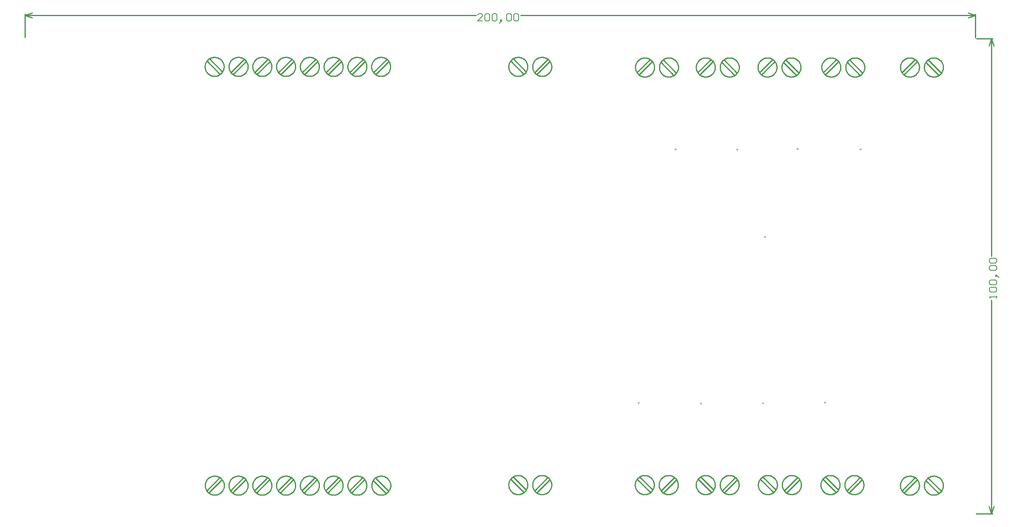
<source format=gm1>
%FSDAX24Y24*%
%MOIN*%
%SFA1B1*%

%IPPOS*%
%ADD29C,0.010000*%
%ADD84C,0.003900*%
%ADD85C,0.006000*%
%LNde-020224-1*%
%LPD*%
G54D29*
X086072Y012350D02*
D01*
X086070Y012404*
X086064Y012459*
X086054Y012513*
X086041Y012566*
X086024Y012619*
X086003Y012670*
X085979Y012719*
X085952Y012767*
X085921Y012812*
X085887Y012855*
X085851Y012896*
X085811Y012934*
X085769Y012970*
X085725Y013002*
X085678Y013031*
X085629Y013057*
X085579Y013079*
X085528Y013098*
X085475Y013113*
X085421Y013125*
X085367Y013132*
X085312Y013136*
X085257*
X085202Y013132*
X085148Y013125*
X085094Y013113*
X085041Y013098*
X084990Y013079*
X084940Y013057*
X084891Y013031*
X084844Y013002*
X084800Y012970*
X084758Y012934*
X084718Y012896*
X084682Y012855*
X084648Y012812*
X084617Y012767*
X084590Y012719*
X084566Y012670*
X084545Y012619*
X084528Y012566*
X084515Y012513*
X084505Y012459*
X084499Y012404*
X084498Y012350*
X084499Y012295*
X084505Y012240*
X084515Y012186*
X084528Y012133*
X084545Y012080*
X084566Y012029*
X084590Y011980*
X084617Y011932*
X084648Y011887*
X084682Y011844*
X084718Y011803*
X084758Y011765*
X084800Y011729*
X084844Y011697*
X084891Y011668*
X084940Y011642*
X084990Y011620*
X085041Y011601*
X085094Y011586*
X085148Y011574*
X085202Y011567*
X085257Y011563*
X085312*
X085367Y011567*
X085421Y011574*
X085475Y011586*
X085528Y011601*
X085579Y011620*
X085629Y011642*
X085678Y011668*
X085725Y011697*
X085769Y011729*
X085811Y011765*
X085851Y011803*
X085887Y011844*
X085921Y011887*
X085952Y011932*
X085979Y011980*
X086003Y012029*
X086024Y012080*
X086041Y012133*
X086054Y012186*
X086064Y012240*
X086070Y012295*
X086072Y012350*
X084087D02*
D01*
X084085Y012404*
X084079Y012459*
X084069Y012513*
X084056Y012566*
X084039Y012619*
X084018Y012670*
X083994Y012719*
X083967Y012767*
X083936Y012812*
X083902Y012855*
X083866Y012896*
X083826Y012934*
X083784Y012970*
X083740Y013002*
X083693Y013031*
X083644Y013057*
X083594Y013079*
X083543Y013098*
X083490Y013113*
X083436Y013125*
X083382Y013132*
X083327Y013136*
X083272*
X083217Y013132*
X083163Y013125*
X083109Y013113*
X083056Y013098*
X083005Y013079*
X082955Y013057*
X082906Y013031*
X082859Y013002*
X082815Y012970*
X082773Y012934*
X082733Y012896*
X082697Y012855*
X082663Y012812*
X082632Y012767*
X082605Y012719*
X082581Y012670*
X082560Y012619*
X082543Y012566*
X082530Y012513*
X082520Y012459*
X082514Y012404*
X082513Y012350*
X082514Y012295*
X082520Y012240*
X082530Y012186*
X082543Y012133*
X082560Y012080*
X082581Y012029*
X082605Y011980*
X082632Y011932*
X082663Y011887*
X082697Y011844*
X082733Y011803*
X082773Y011765*
X082815Y011729*
X082859Y011697*
X082906Y011668*
X082955Y011642*
X083005Y011620*
X083056Y011601*
X083109Y011586*
X083163Y011574*
X083217Y011567*
X083272Y011563*
X083327*
X083382Y011567*
X083436Y011574*
X083490Y011586*
X083543Y011601*
X083594Y011620*
X083644Y011642*
X083693Y011668*
X083740Y011697*
X083784Y011729*
X083826Y011765*
X083866Y011803*
X083902Y011844*
X083936Y011887*
X083967Y011932*
X083994Y011980*
X084018Y012029*
X084039Y012080*
X084056Y012133*
X084069Y012186*
X084079Y012240*
X084085Y012295*
X084087Y012350*
X072319Y012400D02*
D01*
X072317Y012454*
X072311Y012509*
X072301Y012563*
X072288Y012616*
X072271Y012669*
X072250Y012720*
X072226Y012769*
X072199Y012817*
X072168Y012862*
X072134Y012905*
X072098Y012946*
X072058Y012984*
X072016Y013020*
X071972Y013052*
X071925Y013081*
X071876Y013107*
X071826Y013129*
X071775Y013148*
X071722Y013163*
X071668Y013175*
X071614Y013182*
X071559Y013186*
X071504*
X071449Y013182*
X071395Y013175*
X071341Y013163*
X071288Y013148*
X071237Y013129*
X071187Y013107*
X071138Y013081*
X071091Y013052*
X071047Y013020*
X071005Y012984*
X070965Y012946*
X070929Y012905*
X070895Y012862*
X070864Y012817*
X070837Y012769*
X070813Y012720*
X070792Y012669*
X070775Y012616*
X070762Y012563*
X070752Y012509*
X070746Y012454*
X070745Y012400*
X070746Y012345*
X070752Y012290*
X070762Y012236*
X070775Y012183*
X070792Y012130*
X070813Y012079*
X070837Y012030*
X070864Y011982*
X070895Y011937*
X070929Y011894*
X070965Y011853*
X071005Y011815*
X071047Y011779*
X071091Y011747*
X071138Y011718*
X071187Y011692*
X071237Y011670*
X071288Y011651*
X071341Y011636*
X071395Y011624*
X071449Y011617*
X071504Y011613*
X071559*
X071614Y011617*
X071668Y011624*
X071722Y011636*
X071775Y011651*
X071826Y011670*
X071876Y011692*
X071925Y011718*
X071972Y011747*
X072016Y011779*
X072058Y011815*
X072098Y011853*
X072134Y011894*
X072168Y011937*
X072199Y011982*
X072226Y012030*
X072250Y012079*
X072271Y012130*
X072288Y012183*
X072301Y012236*
X072311Y012290*
X072317Y012345*
X072319Y012400*
X074303D02*
D01*
X074301Y012454*
X074295Y012509*
X074285Y012563*
X074272Y012616*
X074255Y012669*
X074234Y012720*
X074210Y012769*
X074183Y012817*
X074152Y012862*
X074118Y012905*
X074082Y012946*
X074042Y012984*
X074000Y013020*
X073956Y013052*
X073909Y013081*
X073860Y013107*
X073810Y013129*
X073759Y013148*
X073706Y013163*
X073652Y013175*
X073598Y013182*
X073543Y013186*
X073488*
X073433Y013182*
X073379Y013175*
X073325Y013163*
X073272Y013148*
X073221Y013129*
X073171Y013107*
X073122Y013081*
X073075Y013052*
X073031Y013020*
X072989Y012984*
X072949Y012946*
X072913Y012905*
X072879Y012862*
X072848Y012817*
X072821Y012769*
X072797Y012720*
X072776Y012669*
X072759Y012616*
X072746Y012563*
X072736Y012509*
X072730Y012454*
X072729Y012400*
X072730Y012345*
X072736Y012290*
X072746Y012236*
X072759Y012183*
X072776Y012130*
X072797Y012079*
X072821Y012030*
X072848Y011982*
X072879Y011937*
X072913Y011894*
X072949Y011853*
X072989Y011815*
X073031Y011779*
X073075Y011747*
X073122Y011718*
X073171Y011692*
X073221Y011670*
X073272Y011651*
X073325Y011636*
X073379Y011624*
X073433Y011617*
X073488Y011613*
X073543*
X073598Y011617*
X073652Y011624*
X073706Y011636*
X073759Y011651*
X073810Y011670*
X073860Y011692*
X073909Y011718*
X073956Y011747*
X074000Y011779*
X074042Y011815*
X074082Y011853*
X074118Y011894*
X074152Y011937*
X074183Y011982*
X074210Y012030*
X074234Y012079*
X074255Y012130*
X074272Y012183*
X074285Y012236*
X074295Y012290*
X074301Y012345*
X074303Y012400*
X067169D02*
D01*
X067167Y012454*
X067161Y012509*
X067151Y012563*
X067138Y012616*
X067121Y012669*
X067100Y012720*
X067076Y012769*
X067049Y012817*
X067018Y012862*
X066984Y012905*
X066948Y012946*
X066908Y012984*
X066866Y013020*
X066822Y013052*
X066775Y013081*
X066726Y013107*
X066676Y013129*
X066625Y013148*
X066572Y013163*
X066518Y013175*
X066464Y013182*
X066409Y013186*
X066354*
X066299Y013182*
X066245Y013175*
X066191Y013163*
X066138Y013148*
X066087Y013129*
X066037Y013107*
X065988Y013081*
X065941Y013052*
X065897Y013020*
X065855Y012984*
X065815Y012946*
X065779Y012905*
X065745Y012862*
X065714Y012817*
X065687Y012769*
X065663Y012720*
X065642Y012669*
X065625Y012616*
X065612Y012563*
X065602Y012509*
X065596Y012454*
X065595Y012400*
X065596Y012345*
X065602Y012290*
X065612Y012236*
X065625Y012183*
X065642Y012130*
X065663Y012079*
X065687Y012030*
X065714Y011982*
X065745Y011937*
X065779Y011894*
X065815Y011853*
X065855Y011815*
X065897Y011779*
X065941Y011747*
X065988Y011718*
X066037Y011692*
X066087Y011670*
X066138Y011651*
X066191Y011636*
X066245Y011624*
X066299Y011617*
X066354Y011613*
X066409*
X066464Y011617*
X066518Y011624*
X066572Y011636*
X066625Y011651*
X066676Y011670*
X066726Y011692*
X066775Y011718*
X066822Y011747*
X066866Y011779*
X066908Y011815*
X066948Y011853*
X066984Y011894*
X067018Y011937*
X067049Y011982*
X067076Y012030*
X067100Y012079*
X067121Y012130*
X067138Y012183*
X067151Y012236*
X067161Y012290*
X067167Y012345*
X067169Y012400*
X069153D02*
D01*
X069151Y012454*
X069145Y012509*
X069135Y012563*
X069122Y012616*
X069105Y012669*
X069084Y012720*
X069060Y012769*
X069033Y012817*
X069002Y012862*
X068968Y012905*
X068932Y012946*
X068892Y012984*
X068850Y013020*
X068806Y013052*
X068759Y013081*
X068710Y013107*
X068660Y013129*
X068609Y013148*
X068556Y013163*
X068502Y013175*
X068448Y013182*
X068393Y013186*
X068338*
X068283Y013182*
X068229Y013175*
X068175Y013163*
X068122Y013148*
X068071Y013129*
X068021Y013107*
X067972Y013081*
X067925Y013052*
X067881Y013020*
X067839Y012984*
X067799Y012946*
X067763Y012905*
X067729Y012862*
X067698Y012817*
X067671Y012769*
X067647Y012720*
X067626Y012669*
X067609Y012616*
X067596Y012563*
X067586Y012509*
X067580Y012454*
X067579Y012400*
X067580Y012345*
X067586Y012290*
X067596Y012236*
X067609Y012183*
X067626Y012130*
X067647Y012079*
X067671Y012030*
X067698Y011982*
X067729Y011937*
X067763Y011894*
X067799Y011853*
X067839Y011815*
X067881Y011779*
X067925Y011747*
X067972Y011718*
X068021Y011692*
X068071Y011670*
X068122Y011651*
X068175Y011636*
X068229Y011624*
X068283Y011617*
X068338Y011613*
X068393*
X068448Y011617*
X068502Y011624*
X068556Y011636*
X068609Y011651*
X068660Y011670*
X068710Y011692*
X068759Y011718*
X068806Y011747*
X068850Y011779*
X068892Y011815*
X068932Y011853*
X068968Y011894*
X069002Y011937*
X069033Y011982*
X069060Y012030*
X069084Y012079*
X069105Y012130*
X069122Y012183*
X069135Y012236*
X069145Y012290*
X069151Y012345*
X069153Y012400*
X026498Y012350D02*
D01*
X026496Y012404*
X026490Y012459*
X026480Y012513*
X026467Y012566*
X026450Y012619*
X026429Y012670*
X026405Y012719*
X026378Y012767*
X026347Y012812*
X026313Y012855*
X026277Y012896*
X026237Y012934*
X026195Y012970*
X026151Y013002*
X026104Y013031*
X026055Y013057*
X026005Y013079*
X025954Y013098*
X025901Y013113*
X025847Y013125*
X025793Y013132*
X025738Y013136*
X025683*
X025628Y013132*
X025574Y013125*
X025520Y013113*
X025467Y013098*
X025416Y013079*
X025366Y013057*
X025317Y013031*
X025270Y013002*
X025226Y012970*
X025184Y012934*
X025144Y012896*
X025108Y012855*
X025074Y012812*
X025043Y012767*
X025016Y012719*
X024992Y012670*
X024971Y012619*
X024954Y012566*
X024941Y012513*
X024931Y012459*
X024925Y012404*
X024924Y012350*
X024925Y012295*
X024931Y012240*
X024941Y012186*
X024954Y012133*
X024971Y012080*
X024992Y012029*
X025016Y011980*
X025043Y011932*
X025074Y011887*
X025108Y011844*
X025144Y011803*
X025184Y011765*
X025226Y011729*
X025270Y011697*
X025317Y011668*
X025366Y011642*
X025416Y011620*
X025467Y011601*
X025520Y011586*
X025574Y011574*
X025628Y011567*
X025683Y011563*
X025738*
X025793Y011567*
X025847Y011574*
X025901Y011586*
X025954Y011601*
X026005Y011620*
X026055Y011642*
X026104Y011668*
X026151Y011697*
X026195Y011729*
X026237Y011765*
X026277Y011803*
X026313Y011844*
X026347Y011887*
X026378Y011932*
X026405Y011980*
X026429Y012029*
X026450Y012080*
X026467Y012133*
X026480Y012186*
X026490Y012240*
X026496Y012295*
X026498Y012350*
X028466D02*
D01*
X028464Y012404*
X028458Y012459*
X028448Y012513*
X028435Y012566*
X028418Y012619*
X028397Y012670*
X028373Y012719*
X028346Y012767*
X028315Y012812*
X028281Y012855*
X028245Y012896*
X028205Y012934*
X028163Y012970*
X028119Y013002*
X028072Y013031*
X028023Y013057*
X027973Y013079*
X027922Y013098*
X027869Y013113*
X027815Y013125*
X027761Y013132*
X027706Y013136*
X027651*
X027596Y013132*
X027542Y013125*
X027488Y013113*
X027435Y013098*
X027384Y013079*
X027334Y013057*
X027285Y013031*
X027238Y013002*
X027194Y012970*
X027152Y012934*
X027112Y012896*
X027076Y012855*
X027042Y012812*
X027011Y012767*
X026984Y012719*
X026960Y012670*
X026939Y012619*
X026922Y012566*
X026909Y012513*
X026899Y012459*
X026893Y012404*
X026892Y012350*
X026893Y012295*
X026899Y012240*
X026909Y012186*
X026922Y012133*
X026939Y012080*
X026960Y012029*
X026984Y011980*
X027011Y011932*
X027042Y011887*
X027076Y011844*
X027112Y011803*
X027152Y011765*
X027194Y011729*
X027238Y011697*
X027285Y011668*
X027334Y011642*
X027384Y011620*
X027435Y011601*
X027488Y011586*
X027542Y011574*
X027596Y011567*
X027651Y011563*
X027706*
X027761Y011567*
X027815Y011574*
X027869Y011586*
X027922Y011601*
X027973Y011620*
X028023Y011642*
X028072Y011668*
X028119Y011697*
X028163Y011729*
X028205Y011765*
X028245Y011803*
X028281Y011844*
X028315Y011887*
X028346Y011932*
X028373Y011980*
X028397Y012029*
X028418Y012080*
X028435Y012133*
X028448Y012186*
X028458Y012240*
X028464Y012295*
X028466Y012350*
X030435D02*
D01*
X030433Y012404*
X030427Y012459*
X030417Y012513*
X030404Y012566*
X030387Y012619*
X030366Y012670*
X030342Y012719*
X030315Y012767*
X030284Y012812*
X030250Y012855*
X030214Y012896*
X030174Y012934*
X030132Y012970*
X030088Y013002*
X030041Y013031*
X029992Y013057*
X029942Y013079*
X029891Y013098*
X029838Y013113*
X029784Y013125*
X029730Y013132*
X029675Y013136*
X029620*
X029565Y013132*
X029511Y013125*
X029457Y013113*
X029404Y013098*
X029353Y013079*
X029303Y013057*
X029254Y013031*
X029207Y013002*
X029163Y012970*
X029121Y012934*
X029081Y012896*
X029045Y012855*
X029011Y012812*
X028980Y012767*
X028953Y012719*
X028929Y012670*
X028908Y012619*
X028891Y012566*
X028878Y012513*
X028868Y012459*
X028862Y012404*
X028861Y012350*
X028862Y012295*
X028868Y012240*
X028878Y012186*
X028891Y012133*
X028908Y012080*
X028929Y012029*
X028953Y011980*
X028980Y011932*
X029011Y011887*
X029045Y011844*
X029081Y011803*
X029121Y011765*
X029163Y011729*
X029207Y011697*
X029254Y011668*
X029303Y011642*
X029353Y011620*
X029404Y011601*
X029457Y011586*
X029511Y011574*
X029565Y011567*
X029620Y011563*
X029675*
X029730Y011567*
X029784Y011574*
X029838Y011586*
X029891Y011601*
X029942Y011620*
X029992Y011642*
X030041Y011668*
X030088Y011697*
X030132Y011729*
X030174Y011765*
X030214Y011803*
X030250Y011844*
X030284Y011887*
X030315Y011932*
X030342Y011980*
X030366Y012029*
X030387Y012080*
X030404Y012133*
X030417Y012186*
X030427Y012240*
X030433Y012295*
X030435Y012350*
X032403D02*
D01*
X032401Y012404*
X032395Y012459*
X032385Y012513*
X032372Y012566*
X032355Y012619*
X032334Y012670*
X032310Y012719*
X032283Y012767*
X032252Y012812*
X032218Y012855*
X032182Y012896*
X032142Y012934*
X032100Y012970*
X032056Y013002*
X032009Y013031*
X031960Y013057*
X031910Y013079*
X031859Y013098*
X031806Y013113*
X031752Y013125*
X031698Y013132*
X031643Y013136*
X031588*
X031533Y013132*
X031479Y013125*
X031425Y013113*
X031372Y013098*
X031321Y013079*
X031271Y013057*
X031222Y013031*
X031175Y013002*
X031131Y012970*
X031089Y012934*
X031049Y012896*
X031013Y012855*
X030979Y012812*
X030948Y012767*
X030921Y012719*
X030897Y012670*
X030876Y012619*
X030859Y012566*
X030846Y012513*
X030836Y012459*
X030830Y012404*
X030829Y012350*
X030830Y012295*
X030836Y012240*
X030846Y012186*
X030859Y012133*
X030876Y012080*
X030897Y012029*
X030921Y011980*
X030948Y011932*
X030979Y011887*
X031013Y011844*
X031049Y011803*
X031089Y011765*
X031131Y011729*
X031175Y011697*
X031222Y011668*
X031271Y011642*
X031321Y011620*
X031372Y011601*
X031425Y011586*
X031479Y011574*
X031533Y011567*
X031588Y011563*
X031643*
X031698Y011567*
X031752Y011574*
X031806Y011586*
X031859Y011601*
X031910Y011620*
X031960Y011642*
X032009Y011668*
X032056Y011697*
X032100Y011729*
X032142Y011765*
X032182Y011803*
X032218Y011844*
X032252Y011887*
X032283Y011932*
X032310Y011980*
X032334Y012029*
X032355Y012080*
X032372Y012133*
X032385Y012186*
X032395Y012240*
X032401Y012295*
X032403Y012350*
X034372D02*
D01*
X034370Y012404*
X034364Y012459*
X034354Y012513*
X034341Y012566*
X034324Y012619*
X034303Y012670*
X034279Y012719*
X034252Y012767*
X034221Y012812*
X034187Y012855*
X034151Y012896*
X034111Y012934*
X034069Y012970*
X034025Y013002*
X033978Y013031*
X033929Y013057*
X033879Y013079*
X033828Y013098*
X033775Y013113*
X033721Y013125*
X033667Y013132*
X033612Y013136*
X033557*
X033502Y013132*
X033448Y013125*
X033394Y013113*
X033341Y013098*
X033290Y013079*
X033240Y013057*
X033191Y013031*
X033144Y013002*
X033100Y012970*
X033058Y012934*
X033018Y012896*
X032982Y012855*
X032948Y012812*
X032917Y012767*
X032890Y012719*
X032866Y012670*
X032845Y012619*
X032828Y012566*
X032815Y012513*
X032805Y012459*
X032799Y012404*
X032798Y012350*
X032799Y012295*
X032805Y012240*
X032815Y012186*
X032828Y012133*
X032845Y012080*
X032866Y012029*
X032890Y011980*
X032917Y011932*
X032948Y011887*
X032982Y011844*
X033018Y011803*
X033058Y011765*
X033100Y011729*
X033144Y011697*
X033191Y011668*
X033240Y011642*
X033290Y011620*
X033341Y011601*
X033394Y011586*
X033448Y011574*
X033502Y011567*
X033557Y011563*
X033612*
X033667Y011567*
X033721Y011574*
X033775Y011586*
X033828Y011601*
X033879Y011620*
X033929Y011642*
X033978Y011668*
X034025Y011697*
X034069Y011729*
X034111Y011765*
X034151Y011803*
X034187Y011844*
X034221Y011887*
X034252Y011932*
X034279Y011980*
X034303Y012029*
X034324Y012080*
X034341Y012133*
X034354Y012186*
X034364Y012240*
X034370Y012295*
X034372Y012350*
X036340D02*
D01*
X036338Y012404*
X036332Y012459*
X036322Y012513*
X036309Y012566*
X036292Y012619*
X036271Y012670*
X036247Y012719*
X036220Y012767*
X036189Y012812*
X036155Y012855*
X036119Y012896*
X036079Y012934*
X036037Y012970*
X035993Y013002*
X035946Y013031*
X035897Y013057*
X035847Y013079*
X035796Y013098*
X035743Y013113*
X035689Y013125*
X035635Y013132*
X035580Y013136*
X035525*
X035470Y013132*
X035416Y013125*
X035362Y013113*
X035309Y013098*
X035258Y013079*
X035208Y013057*
X035159Y013031*
X035112Y013002*
X035068Y012970*
X035026Y012934*
X034986Y012896*
X034950Y012855*
X034916Y012812*
X034885Y012767*
X034858Y012719*
X034834Y012670*
X034813Y012619*
X034796Y012566*
X034783Y012513*
X034773Y012459*
X034767Y012404*
X034766Y012350*
X034767Y012295*
X034773Y012240*
X034783Y012186*
X034796Y012133*
X034813Y012080*
X034834Y012029*
X034858Y011980*
X034885Y011932*
X034916Y011887*
X034950Y011844*
X034986Y011803*
X035026Y011765*
X035068Y011729*
X035112Y011697*
X035159Y011668*
X035208Y011642*
X035258Y011620*
X035309Y011601*
X035362Y011586*
X035416Y011574*
X035470Y011567*
X035525Y011563*
X035580*
X035635Y011567*
X035689Y011574*
X035743Y011586*
X035796Y011601*
X035847Y011620*
X035897Y011642*
X035946Y011668*
X035993Y011697*
X036037Y011729*
X036079Y011765*
X036119Y011803*
X036155Y011844*
X036189Y011887*
X036220Y011932*
X036247Y011980*
X036271Y012029*
X036292Y012080*
X036309Y012133*
X036322Y012186*
X036332Y012240*
X036338Y012295*
X036340Y012350*
X040293D02*
D01*
X040291Y012404*
X040285Y012459*
X040275Y012513*
X040262Y012566*
X040245Y012619*
X040224Y012670*
X040200Y012719*
X040173Y012767*
X040142Y012812*
X040108Y012855*
X040072Y012896*
X040032Y012934*
X039990Y012970*
X039946Y013002*
X039899Y013031*
X039850Y013057*
X039800Y013079*
X039749Y013098*
X039696Y013113*
X039642Y013125*
X039588Y013132*
X039533Y013136*
X039478*
X039423Y013132*
X039369Y013125*
X039315Y013113*
X039262Y013098*
X039211Y013079*
X039161Y013057*
X039112Y013031*
X039065Y013002*
X039021Y012970*
X038979Y012934*
X038939Y012896*
X038903Y012855*
X038869Y012812*
X038838Y012767*
X038811Y012719*
X038787Y012670*
X038766Y012619*
X038749Y012566*
X038736Y012513*
X038726Y012459*
X038720Y012404*
X038719Y012350*
X038720Y012295*
X038726Y012240*
X038736Y012186*
X038749Y012133*
X038766Y012080*
X038787Y012029*
X038811Y011980*
X038838Y011932*
X038869Y011887*
X038903Y011844*
X038939Y011803*
X038979Y011765*
X039021Y011729*
X039065Y011697*
X039112Y011668*
X039161Y011642*
X039211Y011620*
X039262Y011601*
X039315Y011586*
X039369Y011574*
X039423Y011567*
X039478Y011563*
X039533*
X039588Y011567*
X039642Y011574*
X039696Y011586*
X039749Y011601*
X039800Y011620*
X039850Y011642*
X039899Y011668*
X039946Y011697*
X039990Y011729*
X040032Y011765*
X040072Y011803*
X040108Y011844*
X040142Y011887*
X040173Y011932*
X040200Y011980*
X040224Y012029*
X040245Y012080*
X040262Y012133*
X040275Y012186*
X040285Y012240*
X040291Y012295*
X040293Y012350*
X038309D02*
D01*
X038307Y012404*
X038301Y012459*
X038291Y012513*
X038278Y012566*
X038261Y012619*
X038240Y012670*
X038216Y012719*
X038189Y012767*
X038158Y012812*
X038124Y012855*
X038088Y012896*
X038048Y012934*
X038006Y012970*
X037962Y013002*
X037915Y013031*
X037866Y013057*
X037816Y013079*
X037765Y013098*
X037712Y013113*
X037658Y013125*
X037604Y013132*
X037549Y013136*
X037494*
X037439Y013132*
X037385Y013125*
X037331Y013113*
X037278Y013098*
X037227Y013079*
X037177Y013057*
X037128Y013031*
X037081Y013002*
X037037Y012970*
X036995Y012934*
X036955Y012896*
X036919Y012855*
X036885Y012812*
X036854Y012767*
X036827Y012719*
X036803Y012670*
X036782Y012619*
X036765Y012566*
X036752Y012513*
X036742Y012459*
X036736Y012404*
X036735Y012350*
X036736Y012295*
X036742Y012240*
X036752Y012186*
X036765Y012133*
X036782Y012080*
X036803Y012029*
X036827Y011980*
X036854Y011932*
X036885Y011887*
X036919Y011844*
X036955Y011803*
X036995Y011765*
X037037Y011729*
X037081Y011697*
X037128Y011668*
X037177Y011642*
X037227Y011620*
X037278Y011601*
X037331Y011586*
X037385Y011574*
X037439Y011567*
X037494Y011563*
X037549*
X037604Y011567*
X037658Y011574*
X037712Y011586*
X037765Y011601*
X037816Y011620*
X037866Y011642*
X037915Y011668*
X037962Y011697*
X038006Y011729*
X038048Y011765*
X038088Y011803*
X038124Y011844*
X038158Y011887*
X038189Y011932*
X038216Y011980*
X038240Y012029*
X038261Y012080*
X038278Y012133*
X038291Y012186*
X038301Y012240*
X038307Y012295*
X038309Y012350*
X051637Y012400D02*
D01*
X051635Y012454*
X051629Y012509*
X051619Y012563*
X051606Y012616*
X051589Y012669*
X051568Y012720*
X051544Y012769*
X051517Y012817*
X051486Y012862*
X051452Y012905*
X051416Y012946*
X051376Y012984*
X051334Y013020*
X051290Y013052*
X051243Y013081*
X051194Y013107*
X051144Y013129*
X051093Y013148*
X051040Y013163*
X050986Y013175*
X050932Y013182*
X050877Y013186*
X050822*
X050767Y013182*
X050713Y013175*
X050659Y013163*
X050606Y013148*
X050555Y013129*
X050505Y013107*
X050456Y013081*
X050409Y013052*
X050365Y013020*
X050323Y012984*
X050283Y012946*
X050247Y012905*
X050213Y012862*
X050182Y012817*
X050155Y012769*
X050131Y012720*
X050110Y012669*
X050093Y012616*
X050080Y012563*
X050070Y012509*
X050064Y012454*
X050063Y012400*
X050064Y012345*
X050070Y012290*
X050080Y012236*
X050093Y012183*
X050110Y012130*
X050131Y012079*
X050155Y012030*
X050182Y011982*
X050213Y011937*
X050247Y011894*
X050283Y011853*
X050323Y011815*
X050365Y011779*
X050409Y011747*
X050456Y011718*
X050505Y011692*
X050555Y011670*
X050606Y011651*
X050659Y011636*
X050713Y011624*
X050767Y011617*
X050822Y011613*
X050877*
X050932Y011617*
X050986Y011624*
X051040Y011636*
X051093Y011651*
X051144Y011670*
X051194Y011692*
X051243Y011718*
X051290Y011747*
X051334Y011779*
X051376Y011815*
X051416Y011853*
X051452Y011894*
X051486Y011937*
X051517Y011982*
X051544Y012030*
X051568Y012079*
X051589Y012130*
X051606Y012183*
X051619Y012236*
X051629Y012290*
X051635Y012345*
X051637Y012400*
X053622D02*
D01*
X053620Y012454*
X053614Y012509*
X053604Y012563*
X053591Y012616*
X053574Y012669*
X053553Y012720*
X053529Y012769*
X053502Y012817*
X053471Y012862*
X053437Y012905*
X053401Y012946*
X053361Y012984*
X053319Y013020*
X053275Y013052*
X053228Y013081*
X053179Y013107*
X053129Y013129*
X053078Y013148*
X053025Y013163*
X052971Y013175*
X052917Y013182*
X052862Y013186*
X052807*
X052752Y013182*
X052698Y013175*
X052644Y013163*
X052591Y013148*
X052540Y013129*
X052490Y013107*
X052441Y013081*
X052394Y013052*
X052350Y013020*
X052308Y012984*
X052268Y012946*
X052232Y012905*
X052198Y012862*
X052167Y012817*
X052140Y012769*
X052116Y012720*
X052095Y012669*
X052078Y012616*
X052065Y012563*
X052055Y012509*
X052049Y012454*
X052048Y012400*
X052049Y012345*
X052055Y012290*
X052065Y012236*
X052078Y012183*
X052095Y012130*
X052116Y012079*
X052140Y012030*
X052167Y011982*
X052198Y011937*
X052232Y011894*
X052268Y011853*
X052308Y011815*
X052350Y011779*
X052394Y011747*
X052441Y011718*
X052490Y011692*
X052540Y011670*
X052591Y011651*
X052644Y011636*
X052698Y011624*
X052752Y011617*
X052807Y011613*
X052862*
X052917Y011617*
X052971Y011624*
X053025Y011636*
X053078Y011651*
X053129Y011670*
X053179Y011692*
X053228Y011718*
X053275Y011747*
X053319Y011779*
X053361Y011815*
X053401Y011853*
X053437Y011894*
X053471Y011937*
X053502Y011982*
X053529Y012030*
X053553Y012079*
X053574Y012130*
X053591Y012183*
X053604Y012236*
X053614Y012290*
X053620Y012345*
X053622Y012400*
X062119D02*
D01*
X062117Y012454*
X062111Y012509*
X062101Y012563*
X062088Y012616*
X062071Y012669*
X062050Y012720*
X062026Y012769*
X061999Y012817*
X061968Y012862*
X061934Y012905*
X061898Y012946*
X061858Y012984*
X061816Y013020*
X061772Y013052*
X061725Y013081*
X061676Y013107*
X061626Y013129*
X061575Y013148*
X061522Y013163*
X061468Y013175*
X061414Y013182*
X061359Y013186*
X061304*
X061249Y013182*
X061195Y013175*
X061141Y013163*
X061088Y013148*
X061037Y013129*
X060987Y013107*
X060938Y013081*
X060891Y013052*
X060847Y013020*
X060805Y012984*
X060765Y012946*
X060729Y012905*
X060695Y012862*
X060664Y012817*
X060637Y012769*
X060613Y012720*
X060592Y012669*
X060575Y012616*
X060562Y012563*
X060552Y012509*
X060546Y012454*
X060545Y012400*
X060546Y012345*
X060552Y012290*
X060562Y012236*
X060575Y012183*
X060592Y012130*
X060613Y012079*
X060637Y012030*
X060664Y011982*
X060695Y011937*
X060729Y011894*
X060765Y011853*
X060805Y011815*
X060847Y011779*
X060891Y011747*
X060938Y011718*
X060987Y011692*
X061037Y011670*
X061088Y011651*
X061141Y011636*
X061195Y011624*
X061249Y011617*
X061304Y011613*
X061359*
X061414Y011617*
X061468Y011624*
X061522Y011636*
X061575Y011651*
X061626Y011670*
X061676Y011692*
X061725Y011718*
X061772Y011747*
X061816Y011779*
X061858Y011815*
X061898Y011853*
X061934Y011894*
X061968Y011937*
X061999Y011982*
X062026Y012030*
X062050Y012079*
X062071Y012130*
X062088Y012183*
X062101Y012236*
X062111Y012290*
X062117Y012345*
X062119Y012400*
X064103D02*
D01*
X064101Y012454*
X064095Y012509*
X064085Y012563*
X064072Y012616*
X064055Y012669*
X064034Y012720*
X064010Y012769*
X063983Y012817*
X063952Y012862*
X063918Y012905*
X063882Y012946*
X063842Y012984*
X063800Y013020*
X063756Y013052*
X063709Y013081*
X063660Y013107*
X063610Y013129*
X063559Y013148*
X063506Y013163*
X063452Y013175*
X063398Y013182*
X063343Y013186*
X063288*
X063233Y013182*
X063179Y013175*
X063125Y013163*
X063072Y013148*
X063021Y013129*
X062971Y013107*
X062922Y013081*
X062875Y013052*
X062831Y013020*
X062789Y012984*
X062749Y012946*
X062713Y012905*
X062679Y012862*
X062648Y012817*
X062621Y012769*
X062597Y012720*
X062576Y012669*
X062559Y012616*
X062546Y012563*
X062536Y012509*
X062530Y012454*
X062529Y012400*
X062530Y012345*
X062536Y012290*
X062546Y012236*
X062559Y012183*
X062576Y012130*
X062597Y012079*
X062621Y012030*
X062648Y011982*
X062679Y011937*
X062713Y011894*
X062749Y011853*
X062789Y011815*
X062831Y011779*
X062875Y011747*
X062922Y011718*
X062971Y011692*
X063021Y011670*
X063072Y011651*
X063125Y011636*
X063179Y011624*
X063233Y011617*
X063288Y011613*
X063343*
X063398Y011617*
X063452Y011624*
X063506Y011636*
X063559Y011651*
X063610Y011670*
X063660Y011692*
X063709Y011718*
X063756Y011747*
X063800Y011779*
X063842Y011815*
X063882Y011853*
X063918Y011894*
X063952Y011937*
X063983Y011982*
X064010Y012030*
X064034Y012079*
X064055Y012130*
X064072Y012183*
X064085Y012236*
X064095Y012290*
X064101Y012345*
X064103Y012400*
X051637Y047050D02*
D01*
X051635Y047104*
X051629Y047159*
X051619Y047213*
X051606Y047266*
X051589Y047319*
X051568Y047370*
X051544Y047419*
X051517Y047467*
X051486Y047512*
X051452Y047555*
X051416Y047596*
X051376Y047634*
X051334Y047670*
X051290Y047702*
X051243Y047731*
X051194Y047757*
X051144Y047779*
X051093Y047798*
X051040Y047813*
X050986Y047825*
X050932Y047832*
X050877Y047836*
X050822*
X050767Y047832*
X050713Y047825*
X050659Y047813*
X050606Y047798*
X050555Y047779*
X050505Y047757*
X050456Y047731*
X050409Y047702*
X050365Y047670*
X050323Y047634*
X050283Y047596*
X050247Y047555*
X050213Y047512*
X050182Y047467*
X050155Y047419*
X050131Y047370*
X050110Y047319*
X050093Y047266*
X050080Y047213*
X050070Y047159*
X050064Y047104*
X050063Y047050*
X050064Y046995*
X050070Y046940*
X050080Y046886*
X050093Y046833*
X050110Y046780*
X050131Y046729*
X050155Y046680*
X050182Y046632*
X050213Y046587*
X050247Y046544*
X050283Y046503*
X050323Y046465*
X050365Y046429*
X050409Y046397*
X050456Y046368*
X050505Y046342*
X050555Y046320*
X050606Y046301*
X050659Y046286*
X050713Y046274*
X050767Y046267*
X050822Y046263*
X050877*
X050932Y046267*
X050986Y046274*
X051040Y046286*
X051093Y046301*
X051144Y046320*
X051194Y046342*
X051243Y046368*
X051290Y046397*
X051334Y046429*
X051376Y046465*
X051416Y046503*
X051452Y046544*
X051486Y046587*
X051517Y046632*
X051544Y046680*
X051568Y046729*
X051589Y046780*
X051606Y046833*
X051619Y046886*
X051629Y046940*
X051635Y046995*
X051637Y047050*
X053622D02*
D01*
X053620Y047104*
X053614Y047159*
X053604Y047213*
X053591Y047266*
X053574Y047319*
X053553Y047370*
X053529Y047419*
X053502Y047467*
X053471Y047512*
X053437Y047555*
X053401Y047596*
X053361Y047634*
X053319Y047670*
X053275Y047702*
X053228Y047731*
X053179Y047757*
X053129Y047779*
X053078Y047798*
X053025Y047813*
X052971Y047825*
X052917Y047832*
X052862Y047836*
X052807*
X052752Y047832*
X052698Y047825*
X052644Y047813*
X052591Y047798*
X052540Y047779*
X052490Y047757*
X052441Y047731*
X052394Y047702*
X052350Y047670*
X052308Y047634*
X052268Y047596*
X052232Y047555*
X052198Y047512*
X052167Y047467*
X052140Y047419*
X052116Y047370*
X052095Y047319*
X052078Y047266*
X052065Y047213*
X052055Y047159*
X052049Y047104*
X052048Y047050*
X052049Y046995*
X052055Y046940*
X052065Y046886*
X052078Y046833*
X052095Y046780*
X052116Y046729*
X052140Y046680*
X052167Y046632*
X052198Y046587*
X052232Y046544*
X052268Y046503*
X052308Y046465*
X052350Y046429*
X052394Y046397*
X052441Y046368*
X052490Y046342*
X052540Y046320*
X052591Y046301*
X052644Y046286*
X052698Y046274*
X052752Y046267*
X052807Y046263*
X052862*
X052917Y046267*
X052971Y046274*
X053025Y046286*
X053078Y046301*
X053129Y046320*
X053179Y046342*
X053228Y046368*
X053275Y046397*
X053319Y046429*
X053361Y046465*
X053401Y046503*
X053437Y046544*
X053471Y046587*
X053502Y046632*
X053529Y046680*
X053553Y046729*
X053574Y046780*
X053591Y046833*
X053604Y046886*
X053614Y046940*
X053620Y046995*
X053622Y047050*
X064122Y047000D02*
D01*
X064120Y047054*
X064114Y047109*
X064104Y047163*
X064091Y047216*
X064074Y047269*
X064053Y047320*
X064029Y047369*
X064002Y047417*
X063971Y047462*
X063937Y047505*
X063901Y047546*
X063861Y047584*
X063819Y047620*
X063775Y047652*
X063728Y047681*
X063679Y047707*
X063629Y047729*
X063578Y047748*
X063525Y047763*
X063471Y047775*
X063417Y047782*
X063362Y047786*
X063307*
X063252Y047782*
X063198Y047775*
X063144Y047763*
X063091Y047748*
X063040Y047729*
X062990Y047707*
X062941Y047681*
X062894Y047652*
X062850Y047620*
X062808Y047584*
X062768Y047546*
X062732Y047505*
X062698Y047462*
X062667Y047417*
X062640Y047369*
X062616Y047320*
X062595Y047269*
X062578Y047216*
X062565Y047163*
X062555Y047109*
X062549Y047054*
X062548Y047000*
X062549Y046945*
X062555Y046890*
X062565Y046836*
X062578Y046783*
X062595Y046730*
X062616Y046679*
X062640Y046630*
X062667Y046582*
X062698Y046537*
X062732Y046494*
X062768Y046453*
X062808Y046415*
X062850Y046379*
X062894Y046347*
X062941Y046318*
X062990Y046292*
X063040Y046270*
X063091Y046251*
X063144Y046236*
X063198Y046224*
X063252Y046217*
X063307Y046213*
X063362*
X063417Y046217*
X063471Y046224*
X063525Y046236*
X063578Y046251*
X063629Y046270*
X063679Y046292*
X063728Y046318*
X063775Y046347*
X063819Y046379*
X063861Y046415*
X063901Y046453*
X063937Y046494*
X063971Y046537*
X064002Y046582*
X064029Y046630*
X064053Y046679*
X064074Y046730*
X064091Y046783*
X064104Y046836*
X064114Y046890*
X064120Y046945*
X064122Y047000*
X062137D02*
D01*
X062135Y047054*
X062129Y047109*
X062119Y047163*
X062106Y047216*
X062089Y047269*
X062068Y047320*
X062044Y047369*
X062017Y047417*
X061986Y047462*
X061952Y047505*
X061916Y047546*
X061876Y047584*
X061834Y047620*
X061790Y047652*
X061743Y047681*
X061694Y047707*
X061644Y047729*
X061593Y047748*
X061540Y047763*
X061486Y047775*
X061432Y047782*
X061377Y047786*
X061322*
X061267Y047782*
X061213Y047775*
X061159Y047763*
X061106Y047748*
X061055Y047729*
X061005Y047707*
X060956Y047681*
X060909Y047652*
X060865Y047620*
X060823Y047584*
X060783Y047546*
X060747Y047505*
X060713Y047462*
X060682Y047417*
X060655Y047369*
X060631Y047320*
X060610Y047269*
X060593Y047216*
X060580Y047163*
X060570Y047109*
X060564Y047054*
X060563Y047000*
X060564Y046945*
X060570Y046890*
X060580Y046836*
X060593Y046783*
X060610Y046730*
X060631Y046679*
X060655Y046630*
X060682Y046582*
X060713Y046537*
X060747Y046494*
X060783Y046453*
X060823Y046415*
X060865Y046379*
X060909Y046347*
X060956Y046318*
X061005Y046292*
X061055Y046270*
X061106Y046251*
X061159Y046236*
X061213Y046224*
X061267Y046217*
X061322Y046213*
X061377*
X061432Y046217*
X061486Y046224*
X061540Y046236*
X061593Y046251*
X061644Y046270*
X061694Y046292*
X061743Y046318*
X061790Y046347*
X061834Y046379*
X061876Y046415*
X061916Y046453*
X061952Y046494*
X061986Y046537*
X062017Y046582*
X062044Y046630*
X062068Y046679*
X062089Y046730*
X062106Y046783*
X062119Y046836*
X062129Y046890*
X062135Y046945*
X062137Y047000*
X069156D02*
D01*
X069154Y047054*
X069148Y047109*
X069138Y047163*
X069125Y047216*
X069108Y047269*
X069087Y047320*
X069063Y047369*
X069036Y047417*
X069005Y047462*
X068971Y047505*
X068935Y047546*
X068895Y047584*
X068853Y047620*
X068809Y047652*
X068762Y047681*
X068713Y047707*
X068663Y047729*
X068612Y047748*
X068559Y047763*
X068505Y047775*
X068451Y047782*
X068396Y047786*
X068341*
X068286Y047782*
X068232Y047775*
X068178Y047763*
X068125Y047748*
X068074Y047729*
X068024Y047707*
X067975Y047681*
X067928Y047652*
X067884Y047620*
X067842Y047584*
X067802Y047546*
X067766Y047505*
X067732Y047462*
X067701Y047417*
X067674Y047369*
X067650Y047320*
X067629Y047269*
X067612Y047216*
X067599Y047163*
X067589Y047109*
X067583Y047054*
X067582Y047000*
X067583Y046945*
X067589Y046890*
X067599Y046836*
X067612Y046783*
X067629Y046730*
X067650Y046679*
X067674Y046630*
X067701Y046582*
X067732Y046537*
X067766Y046494*
X067802Y046453*
X067842Y046415*
X067884Y046379*
X067928Y046347*
X067975Y046318*
X068024Y046292*
X068074Y046270*
X068125Y046251*
X068178Y046236*
X068232Y046224*
X068286Y046217*
X068341Y046213*
X068396*
X068451Y046217*
X068505Y046224*
X068559Y046236*
X068612Y046251*
X068663Y046270*
X068713Y046292*
X068762Y046318*
X068809Y046347*
X068853Y046379*
X068895Y046415*
X068935Y046453*
X068971Y046494*
X069005Y046537*
X069036Y046582*
X069063Y046630*
X069087Y046679*
X069108Y046730*
X069125Y046783*
X069138Y046836*
X069148Y046890*
X069154Y046945*
X069156Y047000*
X067172D02*
D01*
X067170Y047054*
X067164Y047109*
X067154Y047163*
X067141Y047216*
X067124Y047269*
X067103Y047320*
X067079Y047369*
X067052Y047417*
X067021Y047462*
X066987Y047505*
X066951Y047546*
X066911Y047584*
X066869Y047620*
X066825Y047652*
X066778Y047681*
X066729Y047707*
X066679Y047729*
X066628Y047748*
X066575Y047763*
X066521Y047775*
X066467Y047782*
X066412Y047786*
X066357*
X066302Y047782*
X066248Y047775*
X066194Y047763*
X066141Y047748*
X066090Y047729*
X066040Y047707*
X065991Y047681*
X065944Y047652*
X065900Y047620*
X065858Y047584*
X065818Y047546*
X065782Y047505*
X065748Y047462*
X065717Y047417*
X065690Y047369*
X065666Y047320*
X065645Y047269*
X065628Y047216*
X065615Y047163*
X065605Y047109*
X065599Y047054*
X065598Y047000*
X065599Y046945*
X065605Y046890*
X065615Y046836*
X065628Y046783*
X065645Y046730*
X065666Y046679*
X065690Y046630*
X065717Y046582*
X065748Y046537*
X065782Y046494*
X065818Y046453*
X065858Y046415*
X065900Y046379*
X065944Y046347*
X065991Y046318*
X066040Y046292*
X066090Y046270*
X066141Y046251*
X066194Y046236*
X066248Y046224*
X066302Y046217*
X066357Y046213*
X066412*
X066467Y046217*
X066521Y046224*
X066575Y046236*
X066628Y046251*
X066679Y046270*
X066729Y046292*
X066778Y046318*
X066825Y046347*
X066869Y046379*
X066911Y046415*
X066951Y046453*
X066987Y046494*
X067021Y046537*
X067052Y046582*
X067079Y046630*
X067103Y046679*
X067124Y046730*
X067141Y046783*
X067154Y046836*
X067164Y046890*
X067170Y046945*
X067172Y047000*
X074272D02*
D01*
X074270Y047054*
X074264Y047109*
X074254Y047163*
X074241Y047216*
X074224Y047269*
X074203Y047320*
X074179Y047369*
X074152Y047417*
X074121Y047462*
X074087Y047505*
X074051Y047546*
X074011Y047584*
X073969Y047620*
X073925Y047652*
X073878Y047681*
X073829Y047707*
X073779Y047729*
X073728Y047748*
X073675Y047763*
X073621Y047775*
X073567Y047782*
X073512Y047786*
X073457*
X073402Y047782*
X073348Y047775*
X073294Y047763*
X073241Y047748*
X073190Y047729*
X073140Y047707*
X073091Y047681*
X073044Y047652*
X073000Y047620*
X072958Y047584*
X072918Y047546*
X072882Y047505*
X072848Y047462*
X072817Y047417*
X072790Y047369*
X072766Y047320*
X072745Y047269*
X072728Y047216*
X072715Y047163*
X072705Y047109*
X072699Y047054*
X072698Y047000*
X072699Y046945*
X072705Y046890*
X072715Y046836*
X072728Y046783*
X072745Y046730*
X072766Y046679*
X072790Y046630*
X072817Y046582*
X072848Y046537*
X072882Y046494*
X072918Y046453*
X072958Y046415*
X073000Y046379*
X073044Y046347*
X073091Y046318*
X073140Y046292*
X073190Y046270*
X073241Y046251*
X073294Y046236*
X073348Y046224*
X073402Y046217*
X073457Y046213*
X073512*
X073567Y046217*
X073621Y046224*
X073675Y046236*
X073728Y046251*
X073779Y046270*
X073829Y046292*
X073878Y046318*
X073925Y046347*
X073969Y046379*
X074011Y046415*
X074051Y046453*
X074087Y046494*
X074121Y046537*
X074152Y046582*
X074179Y046630*
X074203Y046679*
X074224Y046730*
X074241Y046783*
X074254Y046836*
X074264Y046890*
X074270Y046945*
X074272Y047000*
X072287D02*
D01*
X072285Y047054*
X072279Y047109*
X072269Y047163*
X072256Y047216*
X072239Y047269*
X072218Y047320*
X072194Y047369*
X072167Y047417*
X072136Y047462*
X072102Y047505*
X072066Y047546*
X072026Y047584*
X071984Y047620*
X071940Y047652*
X071893Y047681*
X071844Y047707*
X071794Y047729*
X071743Y047748*
X071690Y047763*
X071636Y047775*
X071582Y047782*
X071527Y047786*
X071472*
X071417Y047782*
X071363Y047775*
X071309Y047763*
X071256Y047748*
X071205Y047729*
X071155Y047707*
X071106Y047681*
X071059Y047652*
X071015Y047620*
X070973Y047584*
X070933Y047546*
X070897Y047505*
X070863Y047462*
X070832Y047417*
X070805Y047369*
X070781Y047320*
X070760Y047269*
X070743Y047216*
X070730Y047163*
X070720Y047109*
X070714Y047054*
X070713Y047000*
X070714Y046945*
X070720Y046890*
X070730Y046836*
X070743Y046783*
X070760Y046730*
X070781Y046679*
X070805Y046630*
X070832Y046582*
X070863Y046537*
X070897Y046494*
X070933Y046453*
X070973Y046415*
X071015Y046379*
X071059Y046347*
X071106Y046318*
X071155Y046292*
X071205Y046270*
X071256Y046251*
X071309Y046236*
X071363Y046224*
X071417Y046217*
X071472Y046213*
X071527*
X071582Y046217*
X071636Y046224*
X071690Y046236*
X071743Y046251*
X071794Y046270*
X071844Y046292*
X071893Y046318*
X071940Y046347*
X071984Y046379*
X072026Y046415*
X072066Y046453*
X072102Y046494*
X072136Y046537*
X072167Y046582*
X072194Y046630*
X072218Y046679*
X072239Y046730*
X072256Y046783*
X072269Y046836*
X072279Y046890*
X072285Y046945*
X072287Y047000*
X079556D02*
D01*
X079554Y047054*
X079548Y047109*
X079538Y047163*
X079525Y047216*
X079508Y047269*
X079487Y047320*
X079463Y047369*
X079436Y047417*
X079405Y047462*
X079371Y047505*
X079335Y047546*
X079295Y047584*
X079253Y047620*
X079209Y047652*
X079162Y047681*
X079113Y047707*
X079063Y047729*
X079012Y047748*
X078959Y047763*
X078905Y047775*
X078851Y047782*
X078796Y047786*
X078741*
X078686Y047782*
X078632Y047775*
X078578Y047763*
X078525Y047748*
X078474Y047729*
X078424Y047707*
X078375Y047681*
X078328Y047652*
X078284Y047620*
X078242Y047584*
X078202Y047546*
X078166Y047505*
X078132Y047462*
X078101Y047417*
X078074Y047369*
X078050Y047320*
X078029Y047269*
X078012Y047216*
X077999Y047163*
X077989Y047109*
X077983Y047054*
X077982Y047000*
X077983Y046945*
X077989Y046890*
X077999Y046836*
X078012Y046783*
X078029Y046730*
X078050Y046679*
X078074Y046630*
X078101Y046582*
X078132Y046537*
X078166Y046494*
X078202Y046453*
X078242Y046415*
X078284Y046379*
X078328Y046347*
X078375Y046318*
X078424Y046292*
X078474Y046270*
X078525Y046251*
X078578Y046236*
X078632Y046224*
X078686Y046217*
X078741Y046213*
X078796*
X078851Y046217*
X078905Y046224*
X078959Y046236*
X079012Y046251*
X079063Y046270*
X079113Y046292*
X079162Y046318*
X079209Y046347*
X079253Y046379*
X079295Y046415*
X079335Y046453*
X079371Y046494*
X079405Y046537*
X079436Y046582*
X079463Y046630*
X079487Y046679*
X079508Y046730*
X079525Y046783*
X079538Y046836*
X079548Y046890*
X079554Y046945*
X079556Y047000*
X077572D02*
D01*
X077570Y047054*
X077564Y047109*
X077554Y047163*
X077541Y047216*
X077524Y047269*
X077503Y047320*
X077479Y047369*
X077452Y047417*
X077421Y047462*
X077387Y047505*
X077351Y047546*
X077311Y047584*
X077269Y047620*
X077225Y047652*
X077178Y047681*
X077129Y047707*
X077079Y047729*
X077028Y047748*
X076975Y047763*
X076921Y047775*
X076867Y047782*
X076812Y047786*
X076757*
X076702Y047782*
X076648Y047775*
X076594Y047763*
X076541Y047748*
X076490Y047729*
X076440Y047707*
X076391Y047681*
X076344Y047652*
X076300Y047620*
X076258Y047584*
X076218Y047546*
X076182Y047505*
X076148Y047462*
X076117Y047417*
X076090Y047369*
X076066Y047320*
X076045Y047269*
X076028Y047216*
X076015Y047163*
X076005Y047109*
X075999Y047054*
X075998Y047000*
X075999Y046945*
X076005Y046890*
X076015Y046836*
X076028Y046783*
X076045Y046730*
X076066Y046679*
X076090Y046630*
X076117Y046582*
X076148Y046537*
X076182Y046494*
X076218Y046453*
X076258Y046415*
X076300Y046379*
X076344Y046347*
X076391Y046318*
X076440Y046292*
X076490Y046270*
X076541Y046251*
X076594Y046236*
X076648Y046224*
X076702Y046217*
X076757Y046213*
X076812*
X076867Y046217*
X076921Y046224*
X076975Y046236*
X077028Y046251*
X077079Y046270*
X077129Y046292*
X077178Y046318*
X077225Y046347*
X077269Y046379*
X077311Y046415*
X077351Y046453*
X077387Y046494*
X077421Y046537*
X077452Y046582*
X077479Y046630*
X077503Y046679*
X077524Y046730*
X077541Y046783*
X077554Y046836*
X077564Y046890*
X077570Y046945*
X077572Y047000*
X086072D02*
D01*
X086070Y047054*
X086064Y047109*
X086054Y047163*
X086041Y047216*
X086024Y047269*
X086003Y047320*
X085979Y047369*
X085952Y047417*
X085921Y047462*
X085887Y047505*
X085851Y047546*
X085811Y047584*
X085769Y047620*
X085725Y047652*
X085678Y047681*
X085629Y047707*
X085579Y047729*
X085528Y047748*
X085475Y047763*
X085421Y047775*
X085367Y047782*
X085312Y047786*
X085257*
X085202Y047782*
X085148Y047775*
X085094Y047763*
X085041Y047748*
X084990Y047729*
X084940Y047707*
X084891Y047681*
X084844Y047652*
X084800Y047620*
X084758Y047584*
X084718Y047546*
X084682Y047505*
X084648Y047462*
X084617Y047417*
X084590Y047369*
X084566Y047320*
X084545Y047269*
X084528Y047216*
X084515Y047163*
X084505Y047109*
X084499Y047054*
X084498Y047000*
X084499Y046945*
X084505Y046890*
X084515Y046836*
X084528Y046783*
X084545Y046730*
X084566Y046679*
X084590Y046630*
X084617Y046582*
X084648Y046537*
X084682Y046494*
X084718Y046453*
X084758Y046415*
X084800Y046379*
X084844Y046347*
X084891Y046318*
X084940Y046292*
X084990Y046270*
X085041Y046251*
X085094Y046236*
X085148Y046224*
X085202Y046217*
X085257Y046213*
X085312*
X085367Y046217*
X085421Y046224*
X085475Y046236*
X085528Y046251*
X085579Y046270*
X085629Y046292*
X085678Y046318*
X085725Y046347*
X085769Y046379*
X085811Y046415*
X085851Y046453*
X085887Y046494*
X085921Y046537*
X085952Y046582*
X085979Y046630*
X086003Y046679*
X086024Y046730*
X086041Y046783*
X086054Y046836*
X086064Y046890*
X086070Y046945*
X086072Y047000*
X084087D02*
D01*
X084085Y047054*
X084079Y047109*
X084069Y047163*
X084056Y047216*
X084039Y047269*
X084018Y047320*
X083994Y047369*
X083967Y047417*
X083936Y047462*
X083902Y047505*
X083866Y047546*
X083826Y047584*
X083784Y047620*
X083740Y047652*
X083693Y047681*
X083644Y047707*
X083594Y047729*
X083543Y047748*
X083490Y047763*
X083436Y047775*
X083382Y047782*
X083327Y047786*
X083272*
X083217Y047782*
X083163Y047775*
X083109Y047763*
X083056Y047748*
X083005Y047729*
X082955Y047707*
X082906Y047681*
X082859Y047652*
X082815Y047620*
X082773Y047584*
X082733Y047546*
X082697Y047505*
X082663Y047462*
X082632Y047417*
X082605Y047369*
X082581Y047320*
X082560Y047269*
X082543Y047216*
X082530Y047163*
X082520Y047109*
X082514Y047054*
X082513Y047000*
X082514Y046945*
X082520Y046890*
X082530Y046836*
X082543Y046783*
X082560Y046730*
X082581Y046679*
X082605Y046630*
X082632Y046582*
X082663Y046537*
X082697Y046494*
X082733Y046453*
X082773Y046415*
X082815Y046379*
X082859Y046347*
X082906Y046318*
X082955Y046292*
X083005Y046270*
X083056Y046251*
X083109Y046236*
X083163Y046224*
X083217Y046217*
X083272Y046213*
X083327*
X083382Y046217*
X083436Y046224*
X083490Y046236*
X083543Y046251*
X083594Y046270*
X083644Y046292*
X083693Y046318*
X083740Y046347*
X083784Y046379*
X083826Y046415*
X083866Y046453*
X083902Y046494*
X083936Y046537*
X083967Y046582*
X083994Y046630*
X084018Y046679*
X084039Y046730*
X084056Y046783*
X084069Y046836*
X084079Y046890*
X084085Y046945*
X084087Y047000*
X040277Y047050D02*
D01*
X040275Y047104*
X040269Y047159*
X040259Y047213*
X040246Y047266*
X040229Y047319*
X040208Y047370*
X040184Y047419*
X040157Y047467*
X040126Y047512*
X040092Y047555*
X040056Y047596*
X040016Y047634*
X039974Y047670*
X039930Y047702*
X039883Y047731*
X039834Y047757*
X039784Y047779*
X039733Y047798*
X039680Y047813*
X039626Y047825*
X039572Y047832*
X039517Y047836*
X039462*
X039407Y047832*
X039353Y047825*
X039299Y047813*
X039246Y047798*
X039195Y047779*
X039145Y047757*
X039096Y047731*
X039049Y047702*
X039005Y047670*
X038963Y047634*
X038923Y047596*
X038887Y047555*
X038853Y047512*
X038822Y047467*
X038795Y047419*
X038771Y047370*
X038750Y047319*
X038733Y047266*
X038720Y047213*
X038710Y047159*
X038704Y047104*
X038703Y047050*
X038704Y046995*
X038710Y046940*
X038720Y046886*
X038733Y046833*
X038750Y046780*
X038771Y046729*
X038795Y046680*
X038822Y046632*
X038853Y046587*
X038887Y046544*
X038923Y046503*
X038963Y046465*
X039005Y046429*
X039049Y046397*
X039096Y046368*
X039145Y046342*
X039195Y046320*
X039246Y046301*
X039299Y046286*
X039353Y046274*
X039407Y046267*
X039462Y046263*
X039517*
X039572Y046267*
X039626Y046274*
X039680Y046286*
X039733Y046301*
X039784Y046320*
X039834Y046342*
X039883Y046368*
X039930Y046397*
X039974Y046429*
X040016Y046465*
X040056Y046503*
X040092Y046544*
X040126Y046587*
X040157Y046632*
X040184Y046680*
X040208Y046729*
X040229Y046780*
X040246Y046833*
X040259Y046886*
X040269Y046940*
X040275Y046995*
X040277Y047050*
X038309D02*
D01*
X038307Y047104*
X038301Y047159*
X038291Y047213*
X038278Y047266*
X038261Y047319*
X038240Y047370*
X038216Y047419*
X038189Y047467*
X038158Y047512*
X038124Y047555*
X038088Y047596*
X038048Y047634*
X038006Y047670*
X037962Y047702*
X037915Y047731*
X037866Y047757*
X037816Y047779*
X037765Y047798*
X037712Y047813*
X037658Y047825*
X037604Y047832*
X037549Y047836*
X037494*
X037439Y047832*
X037385Y047825*
X037331Y047813*
X037278Y047798*
X037227Y047779*
X037177Y047757*
X037128Y047731*
X037081Y047702*
X037037Y047670*
X036995Y047634*
X036955Y047596*
X036919Y047555*
X036885Y047512*
X036854Y047467*
X036827Y047419*
X036803Y047370*
X036782Y047319*
X036765Y047266*
X036752Y047213*
X036742Y047159*
X036736Y047104*
X036735Y047050*
X036736Y046995*
X036742Y046940*
X036752Y046886*
X036765Y046833*
X036782Y046780*
X036803Y046729*
X036827Y046680*
X036854Y046632*
X036885Y046587*
X036919Y046544*
X036955Y046503*
X036995Y046465*
X037037Y046429*
X037081Y046397*
X037128Y046368*
X037177Y046342*
X037227Y046320*
X037278Y046301*
X037331Y046286*
X037385Y046274*
X037439Y046267*
X037494Y046263*
X037549*
X037604Y046267*
X037658Y046274*
X037712Y046286*
X037765Y046301*
X037816Y046320*
X037866Y046342*
X037915Y046368*
X037962Y046397*
X038006Y046429*
X038048Y046465*
X038088Y046503*
X038124Y046544*
X038158Y046587*
X038189Y046632*
X038216Y046680*
X038240Y046729*
X038261Y046780*
X038278Y046833*
X038291Y046886*
X038301Y046940*
X038307Y046995*
X038309Y047050*
X036340D02*
D01*
X036338Y047104*
X036332Y047159*
X036322Y047213*
X036309Y047266*
X036292Y047319*
X036271Y047370*
X036247Y047419*
X036220Y047467*
X036189Y047512*
X036155Y047555*
X036119Y047596*
X036079Y047634*
X036037Y047670*
X035993Y047702*
X035946Y047731*
X035897Y047757*
X035847Y047779*
X035796Y047798*
X035743Y047813*
X035689Y047825*
X035635Y047832*
X035580Y047836*
X035525*
X035470Y047832*
X035416Y047825*
X035362Y047813*
X035309Y047798*
X035258Y047779*
X035208Y047757*
X035159Y047731*
X035112Y047702*
X035068Y047670*
X035026Y047634*
X034986Y047596*
X034950Y047555*
X034916Y047512*
X034885Y047467*
X034858Y047419*
X034834Y047370*
X034813Y047319*
X034796Y047266*
X034783Y047213*
X034773Y047159*
X034767Y047104*
X034766Y047050*
X034767Y046995*
X034773Y046940*
X034783Y046886*
X034796Y046833*
X034813Y046780*
X034834Y046729*
X034858Y046680*
X034885Y046632*
X034916Y046587*
X034950Y046544*
X034986Y046503*
X035026Y046465*
X035068Y046429*
X035112Y046397*
X035159Y046368*
X035208Y046342*
X035258Y046320*
X035309Y046301*
X035362Y046286*
X035416Y046274*
X035470Y046267*
X035525Y046263*
X035580*
X035635Y046267*
X035689Y046274*
X035743Y046286*
X035796Y046301*
X035847Y046320*
X035897Y046342*
X035946Y046368*
X035993Y046397*
X036037Y046429*
X036079Y046465*
X036119Y046503*
X036155Y046544*
X036189Y046587*
X036220Y046632*
X036247Y046680*
X036271Y046729*
X036292Y046780*
X036309Y046833*
X036322Y046886*
X036332Y046940*
X036338Y046995*
X036340Y047050*
X034372D02*
D01*
X034370Y047104*
X034364Y047159*
X034354Y047213*
X034341Y047266*
X034324Y047319*
X034303Y047370*
X034279Y047419*
X034252Y047467*
X034221Y047512*
X034187Y047555*
X034151Y047596*
X034111Y047634*
X034069Y047670*
X034025Y047702*
X033978Y047731*
X033929Y047757*
X033879Y047779*
X033828Y047798*
X033775Y047813*
X033721Y047825*
X033667Y047832*
X033612Y047836*
X033557*
X033502Y047832*
X033448Y047825*
X033394Y047813*
X033341Y047798*
X033290Y047779*
X033240Y047757*
X033191Y047731*
X033144Y047702*
X033100Y047670*
X033058Y047634*
X033018Y047596*
X032982Y047555*
X032948Y047512*
X032917Y047467*
X032890Y047419*
X032866Y047370*
X032845Y047319*
X032828Y047266*
X032815Y047213*
X032805Y047159*
X032799Y047104*
X032798Y047050*
X032799Y046995*
X032805Y046940*
X032815Y046886*
X032828Y046833*
X032845Y046780*
X032866Y046729*
X032890Y046680*
X032917Y046632*
X032948Y046587*
X032982Y046544*
X033018Y046503*
X033058Y046465*
X033100Y046429*
X033144Y046397*
X033191Y046368*
X033240Y046342*
X033290Y046320*
X033341Y046301*
X033394Y046286*
X033448Y046274*
X033502Y046267*
X033557Y046263*
X033612*
X033667Y046267*
X033721Y046274*
X033775Y046286*
X033828Y046301*
X033879Y046320*
X033929Y046342*
X033978Y046368*
X034025Y046397*
X034069Y046429*
X034111Y046465*
X034151Y046503*
X034187Y046544*
X034221Y046587*
X034252Y046632*
X034279Y046680*
X034303Y046729*
X034324Y046780*
X034341Y046833*
X034354Y046886*
X034364Y046940*
X034370Y046995*
X034372Y047050*
X032403D02*
D01*
X032401Y047104*
X032395Y047159*
X032385Y047213*
X032372Y047266*
X032355Y047319*
X032334Y047370*
X032310Y047419*
X032283Y047467*
X032252Y047512*
X032218Y047555*
X032182Y047596*
X032142Y047634*
X032100Y047670*
X032056Y047702*
X032009Y047731*
X031960Y047757*
X031910Y047779*
X031859Y047798*
X031806Y047813*
X031752Y047825*
X031698Y047832*
X031643Y047836*
X031588*
X031533Y047832*
X031479Y047825*
X031425Y047813*
X031372Y047798*
X031321Y047779*
X031271Y047757*
X031222Y047731*
X031175Y047702*
X031131Y047670*
X031089Y047634*
X031049Y047596*
X031013Y047555*
X030979Y047512*
X030948Y047467*
X030921Y047419*
X030897Y047370*
X030876Y047319*
X030859Y047266*
X030846Y047213*
X030836Y047159*
X030830Y047104*
X030829Y047050*
X030830Y046995*
X030836Y046940*
X030846Y046886*
X030859Y046833*
X030876Y046780*
X030897Y046729*
X030921Y046680*
X030948Y046632*
X030979Y046587*
X031013Y046544*
X031049Y046503*
X031089Y046465*
X031131Y046429*
X031175Y046397*
X031222Y046368*
X031271Y046342*
X031321Y046320*
X031372Y046301*
X031425Y046286*
X031479Y046274*
X031533Y046267*
X031588Y046263*
X031643*
X031698Y046267*
X031752Y046274*
X031806Y046286*
X031859Y046301*
X031910Y046320*
X031960Y046342*
X032009Y046368*
X032056Y046397*
X032100Y046429*
X032142Y046465*
X032182Y046503*
X032218Y046544*
X032252Y046587*
X032283Y046632*
X032310Y046680*
X032334Y046729*
X032355Y046780*
X032372Y046833*
X032385Y046886*
X032395Y046940*
X032401Y046995*
X032403Y047050*
X030435D02*
D01*
X030433Y047104*
X030427Y047159*
X030417Y047213*
X030404Y047266*
X030387Y047319*
X030366Y047370*
X030342Y047419*
X030315Y047467*
X030284Y047512*
X030250Y047555*
X030214Y047596*
X030174Y047634*
X030132Y047670*
X030088Y047702*
X030041Y047731*
X029992Y047757*
X029942Y047779*
X029891Y047798*
X029838Y047813*
X029784Y047825*
X029730Y047832*
X029675Y047836*
X029620*
X029565Y047832*
X029511Y047825*
X029457Y047813*
X029404Y047798*
X029353Y047779*
X029303Y047757*
X029254Y047731*
X029207Y047702*
X029163Y047670*
X029121Y047634*
X029081Y047596*
X029045Y047555*
X029011Y047512*
X028980Y047467*
X028953Y047419*
X028929Y047370*
X028908Y047319*
X028891Y047266*
X028878Y047213*
X028868Y047159*
X028862Y047104*
X028861Y047050*
X028862Y046995*
X028868Y046940*
X028878Y046886*
X028891Y046833*
X028908Y046780*
X028929Y046729*
X028953Y046680*
X028980Y046632*
X029011Y046587*
X029045Y046544*
X029081Y046503*
X029121Y046465*
X029163Y046429*
X029207Y046397*
X029254Y046368*
X029303Y046342*
X029353Y046320*
X029404Y046301*
X029457Y046286*
X029511Y046274*
X029565Y046267*
X029620Y046263*
X029675*
X029730Y046267*
X029784Y046274*
X029838Y046286*
X029891Y046301*
X029942Y046320*
X029992Y046342*
X030041Y046368*
X030088Y046397*
X030132Y046429*
X030174Y046465*
X030214Y046503*
X030250Y046544*
X030284Y046587*
X030315Y046632*
X030342Y046680*
X030366Y046729*
X030387Y046780*
X030404Y046833*
X030417Y046886*
X030427Y046940*
X030433Y046995*
X030435Y047050*
X026482D02*
D01*
X026480Y047104*
X026474Y047159*
X026464Y047213*
X026451Y047266*
X026434Y047319*
X026413Y047370*
X026389Y047419*
X026362Y047467*
X026331Y047512*
X026297Y047555*
X026261Y047596*
X026221Y047634*
X026179Y047670*
X026135Y047702*
X026088Y047731*
X026039Y047757*
X025989Y047779*
X025938Y047798*
X025885Y047813*
X025831Y047825*
X025777Y047832*
X025722Y047836*
X025667*
X025612Y047832*
X025558Y047825*
X025504Y047813*
X025451Y047798*
X025400Y047779*
X025350Y047757*
X025301Y047731*
X025254Y047702*
X025210Y047670*
X025168Y047634*
X025128Y047596*
X025092Y047555*
X025058Y047512*
X025027Y047467*
X025000Y047419*
X024976Y047370*
X024955Y047319*
X024938Y047266*
X024925Y047213*
X024915Y047159*
X024909Y047104*
X024908Y047050*
X024909Y046995*
X024915Y046940*
X024925Y046886*
X024938Y046833*
X024955Y046780*
X024976Y046729*
X025000Y046680*
X025027Y046632*
X025058Y046587*
X025092Y046544*
X025128Y046503*
X025168Y046465*
X025210Y046429*
X025254Y046397*
X025301Y046368*
X025350Y046342*
X025400Y046320*
X025451Y046301*
X025504Y046286*
X025558Y046274*
X025612Y046267*
X025667Y046263*
X025722*
X025777Y046267*
X025831Y046274*
X025885Y046286*
X025938Y046301*
X025989Y046320*
X026039Y046342*
X026088Y046368*
X026135Y046397*
X026179Y046429*
X026221Y046465*
X026261Y046503*
X026297Y046544*
X026331Y046587*
X026362Y046632*
X026389Y046680*
X026413Y046729*
X026434Y046780*
X026451Y046833*
X026464Y046886*
X026474Y046940*
X026480Y046995*
X026482Y047050*
X028466D02*
D01*
X028464Y047104*
X028458Y047159*
X028448Y047213*
X028435Y047266*
X028418Y047319*
X028397Y047370*
X028373Y047419*
X028346Y047467*
X028315Y047512*
X028281Y047555*
X028245Y047596*
X028205Y047634*
X028163Y047670*
X028119Y047702*
X028072Y047731*
X028023Y047757*
X027973Y047779*
X027922Y047798*
X027869Y047813*
X027815Y047825*
X027761Y047832*
X027706Y047836*
X027651*
X027596Y047832*
X027542Y047825*
X027488Y047813*
X027435Y047798*
X027384Y047779*
X027334Y047757*
X027285Y047731*
X027238Y047702*
X027194Y047670*
X027152Y047634*
X027112Y047596*
X027076Y047555*
X027042Y047512*
X027011Y047467*
X026984Y047419*
X026960Y047370*
X026939Y047319*
X026922Y047266*
X026909Y047213*
X026899Y047159*
X026893Y047104*
X026892Y047050*
X026893Y046995*
X026899Y046940*
X026909Y046886*
X026922Y046833*
X026939Y046780*
X026960Y046729*
X026984Y046680*
X027011Y046632*
X027042Y046587*
X027076Y046544*
X027112Y046503*
X027152Y046465*
X027194Y046429*
X027238Y046397*
X027285Y046368*
X027334Y046342*
X027384Y046320*
X027435Y046301*
X027488Y046286*
X027542Y046274*
X027596Y046267*
X027651Y046263*
X027706*
X027761Y046267*
X027815Y046274*
X027869Y046286*
X027922Y046301*
X027973Y046320*
X028023Y046342*
X028072Y046368*
X028119Y046397*
X028163Y046429*
X028205Y046465*
X028245Y046503*
X028281Y046544*
X028315Y046587*
X028346Y046632*
X028373Y046680*
X028397Y046729*
X028418Y046780*
X028435Y046833*
X028448Y046886*
X028458Y046940*
X028464Y046995*
X028466Y047050*
X077503Y012400D02*
D01*
X077501Y012454*
X077495Y012509*
X077485Y012563*
X077472Y012616*
X077455Y012669*
X077434Y012720*
X077410Y012769*
X077383Y012817*
X077352Y012862*
X077318Y012905*
X077282Y012946*
X077242Y012984*
X077200Y013020*
X077156Y013052*
X077109Y013081*
X077060Y013107*
X077010Y013129*
X076959Y013148*
X076906Y013163*
X076852Y013175*
X076798Y013182*
X076743Y013186*
X076688*
X076633Y013182*
X076579Y013175*
X076525Y013163*
X076472Y013148*
X076421Y013129*
X076371Y013107*
X076322Y013081*
X076275Y013052*
X076231Y013020*
X076189Y012984*
X076149Y012946*
X076113Y012905*
X076079Y012862*
X076048Y012817*
X076021Y012769*
X075997Y012720*
X075976Y012669*
X075959Y012616*
X075946Y012563*
X075936Y012509*
X075930Y012454*
X075929Y012400*
X075930Y012345*
X075936Y012290*
X075946Y012236*
X075959Y012183*
X075976Y012130*
X075997Y012079*
X076021Y012030*
X076048Y011982*
X076079Y011937*
X076113Y011894*
X076149Y011853*
X076189Y011815*
X076231Y011779*
X076275Y011747*
X076322Y011718*
X076371Y011692*
X076421Y011670*
X076472Y011651*
X076525Y011636*
X076579Y011624*
X076633Y011617*
X076688Y011613*
X076743*
X076798Y011617*
X076852Y011624*
X076906Y011636*
X076959Y011651*
X077010Y011670*
X077060Y011692*
X077109Y011718*
X077156Y011747*
X077200Y011779*
X077242Y011815*
X077282Y011853*
X077318Y011894*
X077352Y011937*
X077383Y011982*
X077410Y012030*
X077434Y012079*
X077455Y012130*
X077472Y012183*
X077485Y012236*
X077495Y012290*
X077501Y012345*
X077503Y012400*
X079487D02*
D01*
X079485Y012454*
X079479Y012509*
X079469Y012563*
X079456Y012616*
X079439Y012669*
X079418Y012720*
X079394Y012769*
X079367Y012817*
X079336Y012862*
X079302Y012905*
X079266Y012946*
X079226Y012984*
X079184Y013020*
X079140Y013052*
X079093Y013081*
X079044Y013107*
X078994Y013129*
X078943Y013148*
X078890Y013163*
X078836Y013175*
X078782Y013182*
X078727Y013186*
X078672*
X078617Y013182*
X078563Y013175*
X078509Y013163*
X078456Y013148*
X078405Y013129*
X078355Y013107*
X078306Y013081*
X078259Y013052*
X078215Y013020*
X078173Y012984*
X078133Y012946*
X078097Y012905*
X078063Y012862*
X078032Y012817*
X078005Y012769*
X077981Y012720*
X077960Y012669*
X077943Y012616*
X077930Y012563*
X077920Y012509*
X077914Y012454*
X077913Y012400*
X077914Y012345*
X077920Y012290*
X077930Y012236*
X077943Y012183*
X077960Y012130*
X077981Y012079*
X078005Y012030*
X078032Y011982*
X078063Y011937*
X078097Y011894*
X078133Y011853*
X078173Y011815*
X078215Y011779*
X078259Y011747*
X078306Y011718*
X078355Y011692*
X078405Y011670*
X078456Y011651*
X078509Y011636*
X078563Y011624*
X078617Y011617*
X078672Y011613*
X078727*
X078782Y011617*
X078836Y011624*
X078890Y011636*
X078943Y011651*
X078994Y011670*
X079044Y011692*
X079093Y011718*
X079140Y011747*
X079184Y011779*
X079226Y011815*
X079266Y011853*
X079302Y011894*
X079336Y011937*
X079367Y011982*
X079394Y012030*
X079418Y012079*
X079439Y012130*
X079456Y012183*
X079469Y012236*
X079479Y012290*
X079485Y012345*
X079487Y012400*
X088800Y010000D02*
X090150D01*
X088840Y049370D02*
X090150D01*
X090050Y010000D02*
Y027716D01*
Y031335D02*
Y049370D01*
Y010000D02*
X090250Y010600D01*
X089850D02*
X090050Y010000D01*
X089850Y048770D02*
X090050Y049370D01*
X090250Y048770*
X088740Y049450D02*
Y051400D01*
X010000Y049470D02*
Y051400D01*
X051070Y051300D02*
X088740D01*
X010000D02*
X047351D01*
X088140Y051500D02*
X088740Y051300D01*
X088140Y051100D02*
X088740Y051300D01*
X010000D02*
X010600Y051100D01*
X010000Y051300D02*
X010600Y051500D01*
X082834Y011750D02*
X083884Y012800D01*
X082659Y011925D02*
X083734Y013000D01*
X084834Y012950D02*
X085884Y011900D01*
X084834Y012950D02*
Y013000D01*
X084634Y012750D02*
X085684Y011700D01*
X072931Y011950D02*
X073981Y013000D01*
X073081Y011750D02*
X074156Y012825D01*
X070932Y012850D02*
X071982Y011800D01*
Y011750D02*
Y011800D01*
X071132Y013050D02*
X072182Y012000D01*
X067782Y011950D02*
X068832Y013000D01*
X067931Y011750D02*
X069007Y012825D01*
X065781Y012850D02*
X066831Y011800D01*
Y011750D02*
Y011800D01*
X065981Y013050D02*
X067031Y012000D01*
X025069Y011925D02*
X026144Y013000D01*
X025244Y011750D02*
X026294Y012800D01*
X027038Y011925D02*
X028113Y013000D01*
X027213Y011750D02*
X028263Y012800D01*
X029006Y011925D02*
X030081Y013000D01*
X029181Y011750D02*
X030231Y012800D01*
X030975Y011925D02*
X032050Y013000D01*
X031150Y011750D02*
X032200Y012800D01*
X032943Y011925D02*
X034018Y013000D01*
X033119Y011750D02*
X034169Y012800D01*
X034912Y011925D02*
X035987Y013000D01*
X035087Y011750D02*
X036137Y012800D01*
X037056Y011750D02*
X038106Y012800D01*
X036881Y011925D02*
X037956Y013000D01*
X039056Y012950D02*
X040106Y011900D01*
X039056Y012950D02*
Y013000D01*
X038856Y012750D02*
X039906Y011700D01*
X052250Y011950D02*
X053300Y013000D01*
X052400Y011750D02*
X053475Y012825D01*
X050250Y012850D02*
X051300Y011800D01*
Y011750D02*
Y011800D01*
X050450Y013050D02*
X051500Y012000D01*
X062731Y011950D02*
X063781Y013000D01*
X062881Y011750D02*
X063956Y012825D01*
X060732Y012850D02*
X061782Y011800D01*
Y011750D02*
Y011800D01*
X060932Y013050D02*
X061982Y012000D01*
X052250Y046600D02*
X053300Y047650D01*
X052400Y046400D02*
X053475Y047475D01*
X050250Y047500D02*
X051300Y046450D01*
Y046400D02*
Y046450D01*
X050450Y047700D02*
X051500Y046650D01*
X060884Y046400D02*
X061934Y047450D01*
X060709Y046575D02*
X061784Y047650D01*
X062884Y047600D02*
X063934Y046550D01*
X062884Y047600D02*
Y047650D01*
X062684Y047400D02*
X063734Y046350D01*
X065918Y046400D02*
X066968Y047450D01*
X065743Y046575D02*
X066818Y047650D01*
X067919Y047600D02*
X068969Y046550D01*
X067919Y047600D02*
Y047650D01*
X067719Y047400D02*
X068769Y046350D01*
X071034Y046400D02*
X072084Y047450D01*
X070859Y046575D02*
X071934Y047650D01*
X073034Y047600D02*
X074084Y046550D01*
X073034Y047600D02*
Y047650D01*
X072834Y047400D02*
X073884Y046350D01*
X076318Y046400D02*
X077368Y047450D01*
X076143Y046575D02*
X077218Y047650D01*
X078319Y047600D02*
X079369Y046550D01*
X078319Y047600D02*
Y047650D01*
X078119Y047400D02*
X079169Y046350D01*
X082834Y046400D02*
X083884Y047450D01*
X082659Y046575D02*
X083734Y047650D01*
X084834Y047600D02*
X085884Y046550D01*
X084834Y047600D02*
Y047650D01*
X084634Y047400D02*
X085684Y046350D01*
X039056Y046400D02*
X040131Y047475D01*
X038906Y046600D02*
X039956Y047650D01*
X037087Y046400D02*
X038162Y047475D01*
X036937Y046600D02*
X037987Y047650D01*
X035119Y046400D02*
X036193Y047475D01*
X034969Y046600D02*
X036019Y047650D01*
X033150Y046400D02*
X034225Y047475D01*
X033000Y046600D02*
X034050Y047650D01*
X031181Y046400D02*
X032256Y047475D01*
X031031Y046600D02*
X032081Y047650D01*
X029213Y046400D02*
X030288Y047475D01*
X029063Y046600D02*
X030113Y047650D01*
X027094Y046600D02*
X028144Y047650D01*
X027244Y046400D02*
X028319Y047475D01*
X025094Y047500D02*
X026144Y046450D01*
Y046400D02*
Y046450D01*
X025294Y047700D02*
X026344Y046650D01*
X078116Y011950D02*
X079166Y013000D01*
X078266Y011750D02*
X079341Y012825D01*
X076116Y012850D02*
X077166Y011800D01*
Y011750D02*
Y011800D01*
X076316Y013050D02*
X077366Y012000D01*
G54D84*
X071221Y032950D02*
X071379D01*
X071300Y032871D02*
Y033029D01*
X060753Y019200D02*
X060910D01*
X060831Y019121D02*
Y019279D01*
X065903Y019150D02*
X066060D01*
X065981Y019071D02*
Y019229D01*
X071053Y019178D02*
X071210D01*
X071132Y019099D02*
Y019256D01*
X076187Y019228D02*
X076344D01*
X076266Y019149D02*
Y019306D01*
X079140Y040222D02*
X079297D01*
X079219Y040144D02*
Y040301D01*
X073906Y040250D02*
X074063D01*
X073984Y040171D02*
Y040329D01*
X068906Y040200D02*
X069063D01*
X068984Y040121D02*
Y040279D01*
X063806Y040200D02*
X063963D01*
X063884Y040121D02*
Y040279D01*
G54D85*
X090510Y027876D02*
Y028076D01*
Y027976*
X089910*
X090010Y027876*
Y028375D02*
X089910Y028475D01*
Y028675*
X090010Y028775*
X090410*
X090510Y028675*
Y028475*
X090410Y028375*
X090010*
Y028975D02*
X089910Y029075D01*
Y029275*
X090010Y029375*
X090410*
X090510Y029275*
Y029075*
X090410Y028975*
X090010*
X090610Y029675D02*
X090510Y029775D01*
X090410*
Y029675*
X090510*
Y029775*
X090610Y029675*
X090710Y029575*
X090010Y030175D02*
X089910Y030275D01*
Y030475*
X090010Y030575*
X090410*
X090510Y030475*
Y030275*
X090410Y030175*
X090010*
Y030775D02*
X089910Y030875D01*
Y031075*
X090010Y031175*
X090410*
X090510Y031075*
Y030875*
X090410Y030775*
X090010*
X047910Y050840D02*
X047511D01*
X047910Y051240*
Y051340*
X047811Y051440*
X047611*
X047511Y051340*
X048110D02*
X048210Y051440D01*
X048410*
X048510Y051340*
Y050940*
X048410Y050840*
X048210*
X048110Y050940*
Y051340*
X048710D02*
X048810Y051440D01*
X049010*
X049110Y051340*
Y050940*
X049010Y050840*
X048810*
X048710Y050940*
Y051340*
X049410Y050740D02*
X049510Y050840D01*
Y050940*
X049410*
Y050840*
X049510*
X049410Y050740*
X049310Y050640*
X049910Y051340D02*
X050010Y051440D01*
X050210*
X050310Y051340*
Y050940*
X050210Y050840*
X050010*
X049910Y050940*
Y051340*
X050510D02*
X050610Y051440D01*
X050810*
X050910Y051340*
Y050940*
X050810Y050840*
X050610*
X050510Y050940*
Y051340*
M02*
</source>
